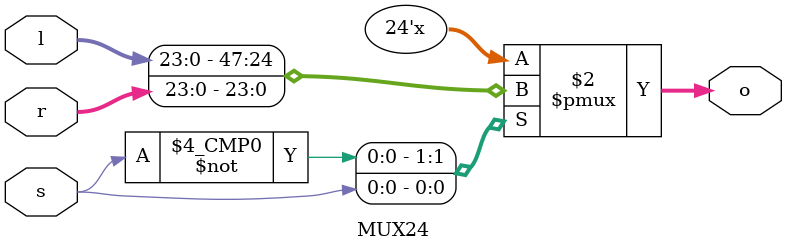
<source format=v>
module MUX24(s,l,r,o);
input signed [23:0] l, r;
input s;
output signed [23:0] o;
reg [23:0] o;
always @ (*)
begin
    case(s)
        1'b0 : o = l;
        1'b1 : o = r;
    endcase
end
endmodule

</source>
